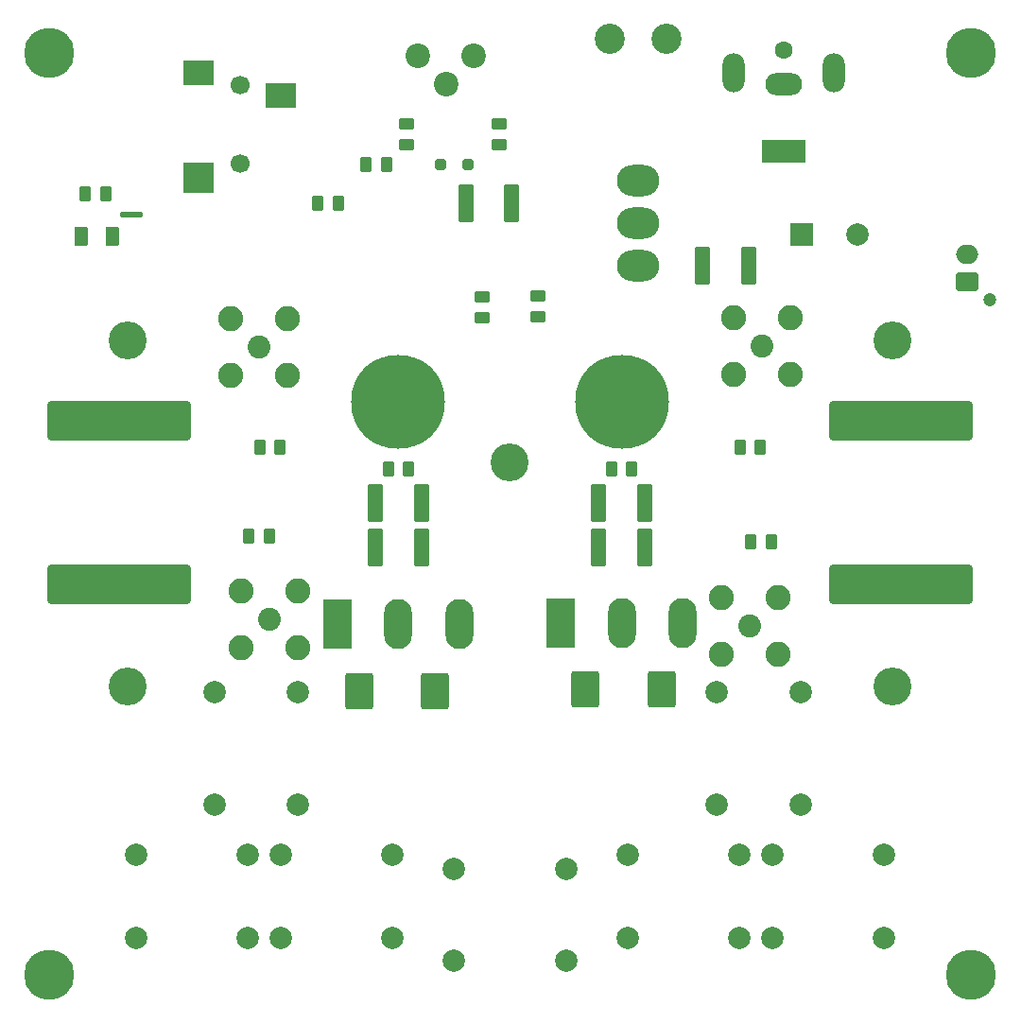
<source format=gts>
%TF.GenerationSoftware,KiCad,Pcbnew,9.0.0*%
%TF.CreationDate,2025-05-27T01:04:57-04:00*%
%TF.ProjectId,PlasmaTransformer-DualFET,506c6173-6d61-4547-9261-6e73666f726d,rev?*%
%TF.SameCoordinates,Original*%
%TF.FileFunction,Soldermask,Top*%
%TF.FilePolarity,Negative*%
%FSLAX46Y46*%
G04 Gerber Fmt 4.6, Leading zero omitted, Abs format (unit mm)*
G04 Created by KiCad (PCBNEW 9.0.0) date 2025-05-27 01:04:57*
%MOMM*%
%LPD*%
G01*
G04 APERTURE LIST*
G04 Aperture macros list*
%AMRoundRect*
0 Rectangle with rounded corners*
0 $1 Rounding radius*
0 $2 $3 $4 $5 $6 $7 $8 $9 X,Y pos of 4 corners*
0 Add a 4 corners polygon primitive as box body*
4,1,4,$2,$3,$4,$5,$6,$7,$8,$9,$2,$3,0*
0 Add four circle primitives for the rounded corners*
1,1,$1+$1,$2,$3*
1,1,$1+$1,$4,$5*
1,1,$1+$1,$6,$7*
1,1,$1+$1,$8,$9*
0 Add four rect primitives between the rounded corners*
20,1,$1+$1,$2,$3,$4,$5,0*
20,1,$1+$1,$4,$5,$6,$7,0*
20,1,$1+$1,$6,$7,$8,$9,0*
20,1,$1+$1,$8,$9,$2,$3,0*%
G04 Aperture macros list end*
%ADD10O,2.500000X4.500000*%
%ADD11R,2.500000X4.500000*%
%ADD12C,3.600000*%
%ADD13C,2.050000*%
%ADD14C,2.250000*%
%ADD15R,2.000000X2.000000*%
%ADD16C,2.000000*%
%ADD17C,8.400000*%
%ADD18RoundRect,0.250000X-0.262500X-0.450000X0.262500X-0.450000X0.262500X0.450000X-0.262500X0.450000X0*%
%ADD19RoundRect,0.250000X0.262500X0.450000X-0.262500X0.450000X-0.262500X-0.450000X0.262500X-0.450000X0*%
%ADD20RoundRect,0.250000X-0.450000X0.262500X-0.450000X-0.262500X0.450000X-0.262500X0.450000X0.262500X0*%
%ADD21RoundRect,0.250002X6.149998X-1.499998X6.149998X1.499998X-6.149998X1.499998X-6.149998X-1.499998X0*%
%ADD22RoundRect,0.250000X1.000000X-1.400000X1.000000X1.400000X-1.000000X1.400000X-1.000000X-1.400000X0*%
%ADD23RoundRect,0.249999X0.450001X1.450001X-0.450001X1.450001X-0.450001X-1.450001X0.450001X-1.450001X0*%
%ADD24RoundRect,0.249999X-0.450001X-1.450001X0.450001X-1.450001X0.450001X1.450001X-0.450001X1.450001X0*%
%ADD25RoundRect,0.250000X0.375000X0.625000X-0.375000X0.625000X-0.375000X-0.625000X0.375000X-0.625000X0*%
%ADD26O,3.800000X2.800000*%
%ADD27C,2.700000*%
%ADD28RoundRect,0.250002X-6.149998X1.499998X-6.149998X-1.499998X6.149998X-1.499998X6.149998X1.499998X0*%
%ADD29C,1.600000*%
%ADD30R,4.000000X2.000000*%
%ADD31O,3.300000X2.000000*%
%ADD32O,2.000000X3.500000*%
%ADD33C,4.500000*%
%ADD34C,1.200000*%
%ADD35RoundRect,0.250000X0.750000X-0.600000X0.750000X0.600000X-0.750000X0.600000X-0.750000X-0.600000X0*%
%ADD36O,2.000000X1.700000*%
%ADD37C,1.700000*%
%ADD38R,2.800000X2.200000*%
%ADD39R,2.800000X2.800000*%
%ADD40RoundRect,0.250000X-0.250000X-0.250000X0.250000X-0.250000X0.250000X0.250000X-0.250000X0.250000X0*%
%ADD41RoundRect,0.250000X0.450000X-0.262500X0.450000X0.262500X-0.450000X0.262500X-0.450000X-0.262500X0*%
%ADD42RoundRect,0.075000X-0.925000X-0.175000X0.925000X-0.175000X0.925000X0.175000X-0.925000X0.175000X0*%
%ADD43C,2.200000*%
%ADD44C,3.400000*%
G04 APERTURE END LIST*
D10*
%TO.C,Q2*%
X95450000Y-109860000D03*
X90000000Y-109860000D03*
D11*
X84550000Y-109860000D03*
D12*
X90000000Y-90000000D03*
%TD*%
D13*
%TO.C,J10*%
X122540000Y-85000000D03*
D14*
X120000000Y-82460000D03*
X120000000Y-87540000D03*
X125080000Y-82460000D03*
X125080000Y-87540000D03*
%TD*%
D13*
%TO.C,J9*%
X77500000Y-85040000D03*
D14*
X74960000Y-82500000D03*
X74960000Y-87580000D03*
X80040000Y-82500000D03*
X80040000Y-87580000D03*
%TD*%
D13*
%TO.C,J4*%
X78460000Y-109460000D03*
D14*
X75920000Y-106920000D03*
X75920000Y-112000000D03*
X81000000Y-106920000D03*
X81000000Y-112000000D03*
%TD*%
D13*
%TO.C,J3*%
X121500000Y-110000000D03*
D14*
X118960000Y-112540000D03*
X124040000Y-112540000D03*
X118960000Y-107460000D03*
X124040000Y-107460000D03*
%TD*%
D15*
%TO.C,C2*%
X126132323Y-75000000D03*
D16*
X131132323Y-75000000D03*
%TD*%
D17*
%TO.C,H3*%
X90000000Y-90000000D03*
%TD*%
D16*
%TO.C,C23*%
X73500000Y-126000000D03*
X73500000Y-116000000D03*
%TD*%
%TO.C,C22*%
X126000000Y-126000000D03*
X126000000Y-116000000D03*
%TD*%
%TO.C,C14*%
X123500000Y-138000000D03*
X133500000Y-138000000D03*
%TD*%
D18*
%TO.C,R15*%
X120587500Y-94000000D03*
X122412500Y-94000000D03*
%TD*%
D19*
%TO.C,R14*%
X79412500Y-94000000D03*
X77587500Y-94000000D03*
%TD*%
D18*
%TO.C,R12*%
X76587500Y-102000000D03*
X78412500Y-102000000D03*
%TD*%
%TO.C,R11*%
X89087500Y-96000000D03*
X90912500Y-96000000D03*
%TD*%
%TO.C,R10*%
X109087500Y-96000000D03*
X110912500Y-96000000D03*
%TD*%
D20*
%TO.C,R8*%
X102500000Y-80487500D03*
X102500000Y-82312500D03*
%TD*%
D21*
%TO.C,L3*%
X65000000Y-91650000D03*
X65000000Y-106350000D03*
%TD*%
D22*
%TO.C,D4*%
X93300000Y-115900000D03*
X86500000Y-115900000D03*
%TD*%
D16*
%TO.C,C21*%
X81000000Y-126000000D03*
X81000000Y-116000000D03*
%TD*%
%TO.C,C20*%
X118500000Y-126000000D03*
X118500000Y-116000000D03*
%TD*%
D23*
%TO.C,C19*%
X121350000Y-77800000D03*
X117250000Y-77800000D03*
%TD*%
D16*
%TO.C,C18*%
X79500000Y-138000000D03*
X89500000Y-138000000D03*
%TD*%
%TO.C,C17*%
X66500000Y-138000000D03*
X76500000Y-138000000D03*
%TD*%
%TO.C,C16*%
X79500000Y-130500000D03*
X89500000Y-130500000D03*
%TD*%
%TO.C,C15*%
X66500000Y-130500000D03*
X76500000Y-130500000D03*
%TD*%
%TO.C,C13*%
X133500000Y-130500000D03*
X123500000Y-130500000D03*
%TD*%
%TO.C,C12*%
X120500000Y-130500000D03*
X110500000Y-130500000D03*
%TD*%
D24*
%TO.C,C10*%
X87950000Y-103000000D03*
X92050000Y-103000000D03*
%TD*%
%TO.C,C9*%
X87950000Y-99000000D03*
X92050000Y-99000000D03*
%TD*%
%TO.C,C8*%
X107950000Y-99000000D03*
X112050000Y-99000000D03*
%TD*%
%TO.C,C7*%
X107950000Y-103000000D03*
X112050000Y-103000000D03*
%TD*%
D16*
%TO.C,C1*%
X120500000Y-138000000D03*
X110500000Y-138000000D03*
%TD*%
D25*
%TO.C,D3*%
X64387500Y-75187500D03*
X61587500Y-75187500D03*
%TD*%
D26*
%TO.C,SW1*%
X111500000Y-70190000D03*
X111500000Y-74000000D03*
X111500000Y-77810000D03*
D27*
X114040000Y-57490000D03*
X108960000Y-57490000D03*
%TD*%
D19*
%TO.C,R13*%
X63800000Y-71387500D03*
X61975000Y-71387500D03*
%TD*%
D16*
%TO.C,J12*%
X95000000Y-140000000D03*
X95000000Y-131800001D03*
%TD*%
D28*
%TO.C,L2*%
X135000000Y-106350000D03*
X135000000Y-91650000D03*
%TD*%
D22*
%TO.C,D2*%
X106750000Y-115750000D03*
X113550000Y-115750000D03*
%TD*%
D17*
%TO.C,H2*%
X110000000Y-90000000D03*
%TD*%
D29*
%TO.C,J1*%
X124500000Y-58500000D03*
D30*
X124500000Y-67500000D03*
D31*
X124500000Y-61500000D03*
D32*
X120000000Y-60500000D03*
X129000000Y-60500000D03*
%TD*%
D18*
%TO.C,R2*%
X87087500Y-68750000D03*
X88912500Y-68750000D03*
%TD*%
D33*
%TO.C,M1*%
X58750000Y-58750000D03*
X58750000Y-141250000D03*
X141250000Y-58750000D03*
X141250000Y-141250000D03*
%TD*%
D24*
%TO.C,C11*%
X96050000Y-72200000D03*
X100150000Y-72200000D03*
%TD*%
D20*
%TO.C,R4*%
X99000000Y-65087500D03*
X99000000Y-66912500D03*
%TD*%
D16*
%TO.C,J11*%
X105000000Y-140000000D03*
X105000000Y-131800001D03*
%TD*%
D34*
%TO.C,J2*%
X142975000Y-80850000D03*
D35*
X140975000Y-79250000D03*
D36*
X140975000Y-76750000D03*
%TD*%
D37*
%TO.C,J8*%
X75800000Y-61600000D03*
X75800000Y-68600000D03*
D38*
X79500000Y-62500000D03*
X72100000Y-60500000D03*
D39*
X72100000Y-69900000D03*
%TD*%
D40*
%TO.C,D1*%
X93750000Y-68750000D03*
X96250000Y-68750000D03*
%TD*%
D41*
%TO.C,R3*%
X90750000Y-66912500D03*
X90750000Y-65087500D03*
%TD*%
D42*
%TO.C,L1*%
X66112500Y-73187500D03*
%TD*%
D18*
%TO.C,R9*%
X82787500Y-72200000D03*
X84612500Y-72200000D03*
%TD*%
D43*
%TO.C,RV1*%
X91750000Y-59000000D03*
X94250000Y-61500000D03*
X96750000Y-59000000D03*
%TD*%
D44*
%TO.C,HS1*%
X134250000Y-84500000D03*
X65750000Y-84500000D03*
X65750000Y-115500000D03*
X100000000Y-95400000D03*
X134250000Y-115500000D03*
%TD*%
D20*
%TO.C,R5*%
X97500000Y-80587500D03*
X97500000Y-82412500D03*
%TD*%
D10*
%TO.C,Q1*%
X115450000Y-109790000D03*
X110000000Y-109790000D03*
D11*
X104550000Y-109790000D03*
D12*
X110000000Y-89930000D03*
%TD*%
D19*
%TO.C,R7*%
X121587500Y-102500000D03*
X123412500Y-102500000D03*
%TD*%
M02*

</source>
